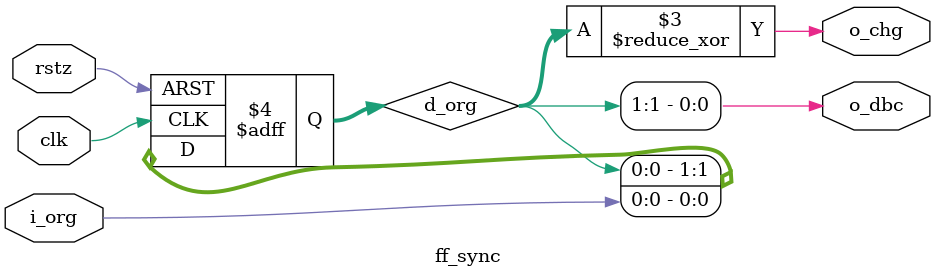
<source format=v>

module dpdmacc (
////////////////////////////////////////////////////////////////////////////////
// D+/D- pulse accumulators with READ-CLEAR attributes
// positive pulse on D+ with a 150us filter (100~200us in QC3 spec.)
// negative pulse on D- with a 150us filter
// Revision,
// 20180903 first created
// ALL RIGHTS ARE RESERVED
////////////////////////////////////////////////////////////////////////////////
input		dp_comp,
		dm_comp,
		id_comp,
input		r_re_0, r_wr_1,
input	[7:0]	r_wdat,
output	[7:0]	r_acc, r_dpdmsta,
output		r_dm, r_dmchg, r_int,
input		clk, rstz
);
   ff_sync u0_dpsync (dp_comp,r_dp,dp_chg,clk,rstz);
   ff_sync u0_dmsync (dm_comp,r_dm,dm_chg,clk,rstz);
   ff_sync u0_idsync (id_comp,r_id,id_chg,clk,rstz);

   assign r_dmchg = dm_chg;

   wire dp_rise = ~r_dp & dp_chg;
   wire dm_fall =  r_dm & dm_chg;

   filter150us u0_dpfltr (dp_active_acc,dp_inacti_acc,dp_rise,dp_chg,clk,rstz);
   filter150us u0_dmfltr (dm_active_acc,dm_inacti_acc,dm_fall,dm_chg,clk,rstz);

   wire r_dp_edge = r_dpdmsta[0];
   wire r_dm_edge = r_dpdmsta[1];
   wire dp_acc = r_dp_edge ? dp_inacti_acc : dp_active_acc & r_dp;
   wire dm_acc = r_dm_edge ? dm_inacti_acc : dm_active_acc &~r_dm;

   wire upd00 = dp_acc | dm_acc | r_re_0;
   wire [7:0] wd00 = r_re_0
                     ? {3'h0, dm_acc, 3'h0, dp_acc}
                     : {r_acc[7:4]<'hf ? r_acc[7:4] + (dm_acc ? 4'h1 : 4'h0) : r_acc[7:4],
                        r_acc[3:0]<'hf ? r_acc[3:0] + (dp_acc ? 4'h1 : 4'h0) : r_acc[3:0]};
   assign r_int = dp_acc & (r_acc[3:0]=='h0 || r_re_0) ||
                  dm_acc & (r_acc[7:4]=='h0 || r_re_0);

   glreg u0_accmltr (clk,rstz,upd00,wd00,r_acc);

   wire upd01 = r_wr_1;
   glreg #(5) u0_dpdmsta (clk,rstz,upd01,r_wdat[4:0],r_dpdmsta[4:0]);
   assign r_dpdmsta[7] = r_dm;
   assign r_dpdmsta[6] = r_dp;
   assign r_dpdmsta[5] = r_id;

endmodule // dpdmacc

module filter150us #(
parameter	N_BIT = 12,
parameter	TIMEOUT = 1800 // 150us/(1us/12MHz)
)(
output		active_hit, inacti_hit,
input		start_edge, any_edge,
input		clk, rstz
);
reg	[11:0]	dbcnt;

   assign active_hit = dbcnt==(TIMEOUT-'h1);
   assign inacti_hit = dbcnt>=(TIMEOUT-'h1) && any_edge && ~start_edge;

   always @(posedge clk or negedge rstz)
      if (~rstz)
         dbcnt <= 'h0;
//    else if (start_edge)
//       dbcnt <= 'h1;
      else if (any_edge)
         dbcnt <= (dbcnt>'h0 && dbcnt<TIMEOUT) ? 'h0 : 'h1;
      else if (dbcnt>'h0 && dbcnt<TIMEOUT)
         dbcnt <= dbcnt + 'h1;

endmodule // filter150us

// debunce
module ff_sync (
input		i_org,
output		o_dbc, o_chg,
input		clk,
input		rstz
);

reg	[1:0]	d_org;

always @ (posedge clk or negedge rstz) begin
  if (!rstz)
    d_org <= 2'b00;
  else
    d_org <= {d_org[0], i_org};
end

assign o_dbc = d_org[1];
assign o_chg = ^d_org;

endmodule // ff_sync


</source>
